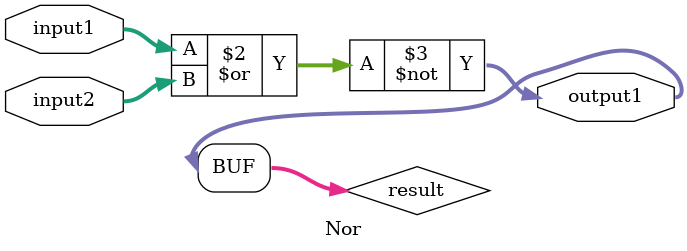
<source format=v>
module Not(input2,output1);
input  [31:0] input2;
output [63:0] output1;
wire   [31:0] input2;
reg    [63:0] output1;

reg    [63:0] result;

always@(*)
begin
 
	result=~input2;
	output1=result;
end
 
endmodule
//============================================
//AND operation
//============================================
module And(input1,input2,output1);
input  [31:0] input1;
input  [31:0] input2;
output [63:0] output1;
wire   [31:0] input1;
wire   [31:0] input2;
reg    [63:0] output1;

reg    [63:0] result;

always@(*)
begin
 
	result=input1&input2;
	output1=result;
end
 
endmodule
//============================================
//XOR operation
//============================================
module Xor(input1,input2,output1);
input  [31:0] input1;
input  [31:0] input2;
output [63:0] output1;
wire   [31:0] input1;
wire   [31:0] input2;
reg    [63:0] output1;

reg    [63:0] result;

always@(*)
begin
 
	result=input1^input2;
	output1=result;
end
 
endmodule

//============================================
// OR operation
//============================================
module Or(input1,input2,output1);
input  [31:0] input1;
input  [31:0] input2;
output [63:0] output1;
wire   [31:0] input1;
wire   [31:0] input2;
reg    [63:0] output1;

reg    [63:0] result;

always@(*)
begin
 
	result=input1|input2;
	output1=result;
end
 
endmodule
//============================================
//NAND operation
//============================================
module Nand(input1,input2,output1);
input  [31:0] input1;
input  [31:0] input2;
output [63:0] output1;
wire   [31:0] input1;
wire   [31:0] input2;
reg    [63:0] output1;

reg    [63:0] result;

always@(*)
begin
 
	result=~(input1&input2);
	output1=result;
end
 
endmodule
//============================================
//XNOR operation
//============================================
module Xnor(input1,input2,output1);
input  [31:0] input1;
input  [31:0] input2;
output [63:0] output1;
wire   [31:0] input1;
wire   [31:0] input2;
reg    [63:0] output1;

reg    [63:0] result;

always@(*)
begin
 
	result=~(input1^input2);
	output1=result;
end
 
endmodule

//============================================
// NOR operation
//============================================
module Nor(input1,input2,output1);
input  [31:0] input1;
input  [31:0] input2;
output [63:0] output1;
wire   [31:0] input1;
wire   [31:0] input2;
reg    [63:0] output1;

reg    [63:0] result;

always@(*)
begin
 
	result=~(input1|input2);
	output1=result;
end
 
endmodule


</source>
